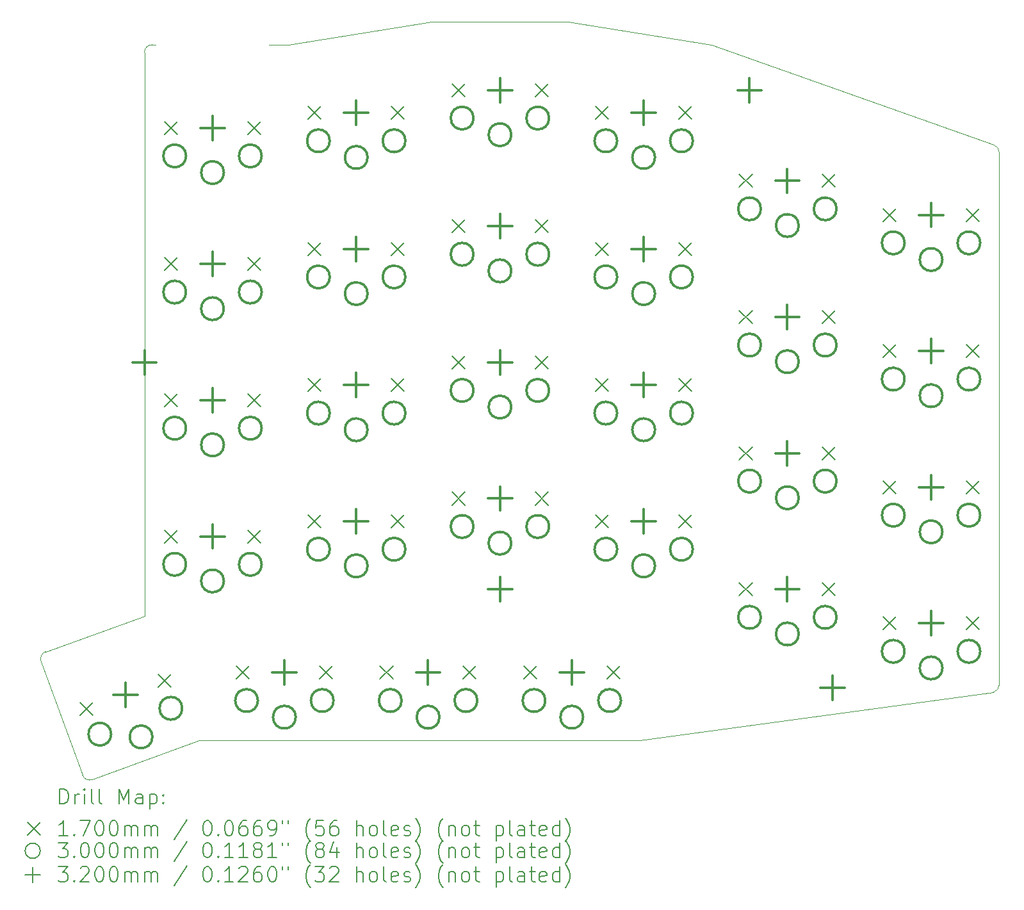
<source format=gbr>
%TF.GenerationSoftware,KiCad,Pcbnew,(6.0.11-0)*%
%TF.CreationDate,2023-02-11T14:18:17+08:00*%
%TF.ProjectId,V4,56342e6b-6963-4616-945f-706362585858,rev?*%
%TF.SameCoordinates,PX7bfa480PY6052340*%
%TF.FileFunction,Drillmap*%
%TF.FilePolarity,Positive*%
%FSLAX45Y45*%
G04 Gerber Fmt 4.5, Leading zero omitted, Abs format (unit mm)*
G04 Created by KiCad (PCBNEW (6.0.11-0)) date 2023-02-11 14:18:17*
%MOMM*%
%LPD*%
G01*
G04 APERTURE LIST*
%ADD10C,0.100000*%
%ADD11C,0.200000*%
%ADD12C,0.170000*%
%ADD13C,0.300000*%
%ADD14C,0.320000*%
G04 APERTURE END LIST*
D10*
X2900000Y5000000D02*
X1000000Y4700000D01*
X6600000Y4700000D02*
X4700000Y5000000D01*
X-750000Y4700000D02*
X-800000Y4700000D01*
X-900000Y4599000D02*
X-900000Y-2850000D01*
X10325000Y-3860000D02*
G75*
G03*
X10400000Y-3764289I-23570J95711D01*
G01*
X1000000Y4700000D02*
X750000Y4700000D01*
X5650000Y-4500000D02*
X10325000Y-3860000D01*
X-175000Y-4500000D02*
X5650000Y-4500000D01*
X-800000Y4700005D02*
G75*
G03*
X-900000Y4599000I0J-100005D01*
G01*
X-1719107Y-4955972D02*
X-2266339Y-3452464D01*
X-1719110Y-4955973D02*
G75*
G03*
X-1590936Y-5015740I93970J34203D01*
G01*
X10330000Y3375000D02*
X6600000Y4700000D01*
X10400001Y3279289D02*
G75*
G03*
X10330000Y3375000I-100431J1D01*
G01*
X-2206573Y-3324290D02*
G75*
G03*
X-2266339Y-3452464I34203J-93970D01*
G01*
X4700000Y5000000D02*
X2900000Y5000000D01*
X-2206572Y-3324293D02*
X-900000Y-2850000D01*
X-175000Y-4500000D02*
X-1590936Y-5015740D01*
X10400000Y-3764289D02*
X10400000Y3279289D01*
D11*
D12*
X-1748831Y-3999511D02*
X-1578831Y-4169511D01*
X-1578831Y-3999511D02*
X-1748831Y-4169511D01*
X-715169Y-3623289D02*
X-545169Y-3793289D01*
X-545169Y-3623289D02*
X-715169Y-3793289D01*
X-635000Y3685000D02*
X-465000Y3515000D01*
X-465000Y3685000D02*
X-635000Y3515000D01*
X-635000Y1885000D02*
X-465000Y1715000D01*
X-465000Y1885000D02*
X-635000Y1715000D01*
X-635000Y85000D02*
X-465000Y-85000D01*
X-465000Y85000D02*
X-635000Y-85000D01*
X-635000Y-1715000D02*
X-465000Y-1885000D01*
X-465000Y-1715000D02*
X-635000Y-1885000D01*
X315000Y-3515000D02*
X485000Y-3685000D01*
X485000Y-3515000D02*
X315000Y-3685000D01*
X465000Y3685000D02*
X635000Y3515000D01*
X635000Y3685000D02*
X465000Y3515000D01*
X465000Y1885000D02*
X635000Y1715000D01*
X635000Y1885000D02*
X465000Y1715000D01*
X465000Y85000D02*
X635000Y-85000D01*
X635000Y85000D02*
X465000Y-85000D01*
X465000Y-1715000D02*
X635000Y-1885000D01*
X635000Y-1715000D02*
X465000Y-1885000D01*
X1265000Y3885000D02*
X1435000Y3715000D01*
X1435000Y3885000D02*
X1265000Y3715000D01*
X1265000Y2085000D02*
X1435000Y1915000D01*
X1435000Y2085000D02*
X1265000Y1915000D01*
X1265000Y285000D02*
X1435000Y115000D01*
X1435000Y285000D02*
X1265000Y115000D01*
X1265000Y-1515000D02*
X1435000Y-1685000D01*
X1435000Y-1515000D02*
X1265000Y-1685000D01*
X1415000Y-3515000D02*
X1585000Y-3685000D01*
X1585000Y-3515000D02*
X1415000Y-3685000D01*
X2215000Y-3515000D02*
X2385000Y-3685000D01*
X2385000Y-3515000D02*
X2215000Y-3685000D01*
X2365000Y3885000D02*
X2535000Y3715000D01*
X2535000Y3885000D02*
X2365000Y3715000D01*
X2365000Y2085000D02*
X2535000Y1915000D01*
X2535000Y2085000D02*
X2365000Y1915000D01*
X2365000Y285000D02*
X2535000Y115000D01*
X2535000Y285000D02*
X2365000Y115000D01*
X2365000Y-1515000D02*
X2535000Y-1685000D01*
X2535000Y-1515000D02*
X2365000Y-1685000D01*
X3165000Y4185000D02*
X3335000Y4015000D01*
X3335000Y4185000D02*
X3165000Y4015000D01*
X3165000Y2385000D02*
X3335000Y2215000D01*
X3335000Y2385000D02*
X3165000Y2215000D01*
X3165000Y585000D02*
X3335000Y415000D01*
X3335000Y585000D02*
X3165000Y415000D01*
X3165000Y-1215000D02*
X3335000Y-1385000D01*
X3335000Y-1215000D02*
X3165000Y-1385000D01*
X3315000Y-3515000D02*
X3485000Y-3685000D01*
X3485000Y-3515000D02*
X3315000Y-3685000D01*
X4115000Y-3515000D02*
X4285000Y-3685000D01*
X4285000Y-3515000D02*
X4115000Y-3685000D01*
X4265000Y4185000D02*
X4435000Y4015000D01*
X4435000Y4185000D02*
X4265000Y4015000D01*
X4265000Y2385000D02*
X4435000Y2215000D01*
X4435000Y2385000D02*
X4265000Y2215000D01*
X4265000Y585000D02*
X4435000Y415000D01*
X4435000Y585000D02*
X4265000Y415000D01*
X4265000Y-1215000D02*
X4435000Y-1385000D01*
X4435000Y-1215000D02*
X4265000Y-1385000D01*
X5065000Y3885000D02*
X5235000Y3715000D01*
X5235000Y3885000D02*
X5065000Y3715000D01*
X5065000Y2085000D02*
X5235000Y1915000D01*
X5235000Y2085000D02*
X5065000Y1915000D01*
X5065000Y285000D02*
X5235000Y115000D01*
X5235000Y285000D02*
X5065000Y115000D01*
X5065000Y-1515000D02*
X5235000Y-1685000D01*
X5235000Y-1515000D02*
X5065000Y-1685000D01*
X5215000Y-3515000D02*
X5385000Y-3685000D01*
X5385000Y-3515000D02*
X5215000Y-3685000D01*
X6165000Y3885000D02*
X6335000Y3715000D01*
X6335000Y3885000D02*
X6165000Y3715000D01*
X6165000Y2085000D02*
X6335000Y1915000D01*
X6335000Y2085000D02*
X6165000Y1915000D01*
X6165000Y285000D02*
X6335000Y115000D01*
X6335000Y285000D02*
X6165000Y115000D01*
X6165000Y-1515000D02*
X6335000Y-1685000D01*
X6335000Y-1515000D02*
X6165000Y-1685000D01*
X6965000Y2985000D02*
X7135000Y2815000D01*
X7135000Y2985000D02*
X6965000Y2815000D01*
X6965000Y1185000D02*
X7135000Y1015000D01*
X7135000Y1185000D02*
X6965000Y1015000D01*
X6965000Y-615000D02*
X7135000Y-785000D01*
X7135000Y-615000D02*
X6965000Y-785000D01*
X6965000Y-2415000D02*
X7135000Y-2585000D01*
X7135000Y-2415000D02*
X6965000Y-2585000D01*
X8065000Y2985000D02*
X8235000Y2815000D01*
X8235000Y2985000D02*
X8065000Y2815000D01*
X8065000Y1185000D02*
X8235000Y1015000D01*
X8235000Y1185000D02*
X8065000Y1015000D01*
X8065000Y-615000D02*
X8235000Y-785000D01*
X8235000Y-615000D02*
X8065000Y-785000D01*
X8065000Y-2415000D02*
X8235000Y-2585000D01*
X8235000Y-2415000D02*
X8065000Y-2585000D01*
X8865000Y2535000D02*
X9035000Y2365000D01*
X9035000Y2535000D02*
X8865000Y2365000D01*
X8865000Y735000D02*
X9035000Y565000D01*
X9035000Y735000D02*
X8865000Y565000D01*
X8865000Y-1065000D02*
X9035000Y-1235000D01*
X9035000Y-1065000D02*
X8865000Y-1235000D01*
X8865000Y-2865000D02*
X9035000Y-3035000D01*
X9035000Y-2865000D02*
X8865000Y-3035000D01*
X9965000Y2535000D02*
X10135000Y2365000D01*
X10135000Y2535000D02*
X9965000Y2365000D01*
X9965000Y735000D02*
X10135000Y565000D01*
X10135000Y735000D02*
X9965000Y565000D01*
X9965000Y-1065000D02*
X10135000Y-1235000D01*
X10135000Y-1065000D02*
X9965000Y-1235000D01*
X9965000Y-2865000D02*
X10135000Y-3035000D01*
X10135000Y-2865000D02*
X9965000Y-3035000D01*
D13*
X-1340299Y-4415096D02*
G75*
G03*
X-1340299Y-4415096I-150000J0D01*
G01*
X-795208Y-4450819D02*
G75*
G03*
X-795208Y-4450819I-150000J0D01*
G01*
X-400606Y-4073076D02*
G75*
G03*
X-400606Y-4073076I-150000J0D01*
G01*
X-350000Y3230000D02*
G75*
G03*
X-350000Y3230000I-150000J0D01*
G01*
X-350000Y1430000D02*
G75*
G03*
X-350000Y1430000I-150000J0D01*
G01*
X-350000Y-370000D02*
G75*
G03*
X-350000Y-370000I-150000J0D01*
G01*
X-350000Y-2170000D02*
G75*
G03*
X-350000Y-2170000I-150000J0D01*
G01*
X150000Y3010000D02*
G75*
G03*
X150000Y3010000I-150000J0D01*
G01*
X150000Y1210000D02*
G75*
G03*
X150000Y1210000I-150000J0D01*
G01*
X150000Y-590000D02*
G75*
G03*
X150000Y-590000I-150000J0D01*
G01*
X150000Y-2390000D02*
G75*
G03*
X150000Y-2390000I-150000J0D01*
G01*
X600000Y-3970000D02*
G75*
G03*
X600000Y-3970000I-150000J0D01*
G01*
X650000Y3230000D02*
G75*
G03*
X650000Y3230000I-150000J0D01*
G01*
X650000Y1430000D02*
G75*
G03*
X650000Y1430000I-150000J0D01*
G01*
X650000Y-370000D02*
G75*
G03*
X650000Y-370000I-150000J0D01*
G01*
X650000Y-2170000D02*
G75*
G03*
X650000Y-2170000I-150000J0D01*
G01*
X1100000Y-4190000D02*
G75*
G03*
X1100000Y-4190000I-150000J0D01*
G01*
X1550000Y3430000D02*
G75*
G03*
X1550000Y3430000I-150000J0D01*
G01*
X1550000Y1630000D02*
G75*
G03*
X1550000Y1630000I-150000J0D01*
G01*
X1550000Y-170000D02*
G75*
G03*
X1550000Y-170000I-150000J0D01*
G01*
X1550000Y-1970000D02*
G75*
G03*
X1550000Y-1970000I-150000J0D01*
G01*
X1600000Y-3970000D02*
G75*
G03*
X1600000Y-3970000I-150000J0D01*
G01*
X2050000Y3210000D02*
G75*
G03*
X2050000Y3210000I-150000J0D01*
G01*
X2050000Y1410000D02*
G75*
G03*
X2050000Y1410000I-150000J0D01*
G01*
X2050000Y-390000D02*
G75*
G03*
X2050000Y-390000I-150000J0D01*
G01*
X2050000Y-2190000D02*
G75*
G03*
X2050000Y-2190000I-150000J0D01*
G01*
X2500000Y-3970000D02*
G75*
G03*
X2500000Y-3970000I-150000J0D01*
G01*
X2550000Y3430000D02*
G75*
G03*
X2550000Y3430000I-150000J0D01*
G01*
X2550000Y1630000D02*
G75*
G03*
X2550000Y1630000I-150000J0D01*
G01*
X2550000Y-170000D02*
G75*
G03*
X2550000Y-170000I-150000J0D01*
G01*
X2550000Y-1970000D02*
G75*
G03*
X2550000Y-1970000I-150000J0D01*
G01*
X3000000Y-4190000D02*
G75*
G03*
X3000000Y-4190000I-150000J0D01*
G01*
X3450000Y3730000D02*
G75*
G03*
X3450000Y3730000I-150000J0D01*
G01*
X3450000Y1930000D02*
G75*
G03*
X3450000Y1930000I-150000J0D01*
G01*
X3450000Y130000D02*
G75*
G03*
X3450000Y130000I-150000J0D01*
G01*
X3450000Y-1670000D02*
G75*
G03*
X3450000Y-1670000I-150000J0D01*
G01*
X3500000Y-3970000D02*
G75*
G03*
X3500000Y-3970000I-150000J0D01*
G01*
X3950000Y3510000D02*
G75*
G03*
X3950000Y3510000I-150000J0D01*
G01*
X3950000Y1710000D02*
G75*
G03*
X3950000Y1710000I-150000J0D01*
G01*
X3950000Y-90000D02*
G75*
G03*
X3950000Y-90000I-150000J0D01*
G01*
X3950000Y-1890000D02*
G75*
G03*
X3950000Y-1890000I-150000J0D01*
G01*
X4400000Y-3970000D02*
G75*
G03*
X4400000Y-3970000I-150000J0D01*
G01*
X4450000Y3730000D02*
G75*
G03*
X4450000Y3730000I-150000J0D01*
G01*
X4450000Y1930000D02*
G75*
G03*
X4450000Y1930000I-150000J0D01*
G01*
X4450000Y130000D02*
G75*
G03*
X4450000Y130000I-150000J0D01*
G01*
X4450000Y-1670000D02*
G75*
G03*
X4450000Y-1670000I-150000J0D01*
G01*
X4900000Y-4190000D02*
G75*
G03*
X4900000Y-4190000I-150000J0D01*
G01*
X5350000Y3430000D02*
G75*
G03*
X5350000Y3430000I-150000J0D01*
G01*
X5350000Y1630000D02*
G75*
G03*
X5350000Y1630000I-150000J0D01*
G01*
X5350000Y-170000D02*
G75*
G03*
X5350000Y-170000I-150000J0D01*
G01*
X5350000Y-1970000D02*
G75*
G03*
X5350000Y-1970000I-150000J0D01*
G01*
X5400000Y-3970000D02*
G75*
G03*
X5400000Y-3970000I-150000J0D01*
G01*
X5850000Y3210000D02*
G75*
G03*
X5850000Y3210000I-150000J0D01*
G01*
X5850000Y1410000D02*
G75*
G03*
X5850000Y1410000I-150000J0D01*
G01*
X5850000Y-390000D02*
G75*
G03*
X5850000Y-390000I-150000J0D01*
G01*
X5850000Y-2190000D02*
G75*
G03*
X5850000Y-2190000I-150000J0D01*
G01*
X6350000Y3430000D02*
G75*
G03*
X6350000Y3430000I-150000J0D01*
G01*
X6350000Y1630000D02*
G75*
G03*
X6350000Y1630000I-150000J0D01*
G01*
X6350000Y-170000D02*
G75*
G03*
X6350000Y-170000I-150000J0D01*
G01*
X6350000Y-1970000D02*
G75*
G03*
X6350000Y-1970000I-150000J0D01*
G01*
X7250000Y2530000D02*
G75*
G03*
X7250000Y2530000I-150000J0D01*
G01*
X7250000Y730000D02*
G75*
G03*
X7250000Y730000I-150000J0D01*
G01*
X7250000Y-1070000D02*
G75*
G03*
X7250000Y-1070000I-150000J0D01*
G01*
X7250000Y-2870000D02*
G75*
G03*
X7250000Y-2870000I-150000J0D01*
G01*
X7750000Y2310000D02*
G75*
G03*
X7750000Y2310000I-150000J0D01*
G01*
X7750000Y510000D02*
G75*
G03*
X7750000Y510000I-150000J0D01*
G01*
X7750000Y-1290000D02*
G75*
G03*
X7750000Y-1290000I-150000J0D01*
G01*
X7750000Y-3090000D02*
G75*
G03*
X7750000Y-3090000I-150000J0D01*
G01*
X8250000Y2530000D02*
G75*
G03*
X8250000Y2530000I-150000J0D01*
G01*
X8250000Y730000D02*
G75*
G03*
X8250000Y730000I-150000J0D01*
G01*
X8250000Y-1070000D02*
G75*
G03*
X8250000Y-1070000I-150000J0D01*
G01*
X8250000Y-2870000D02*
G75*
G03*
X8250000Y-2870000I-150000J0D01*
G01*
X9150000Y2080000D02*
G75*
G03*
X9150000Y2080000I-150000J0D01*
G01*
X9150000Y280000D02*
G75*
G03*
X9150000Y280000I-150000J0D01*
G01*
X9150000Y-1520000D02*
G75*
G03*
X9150000Y-1520000I-150000J0D01*
G01*
X9150000Y-3320000D02*
G75*
G03*
X9150000Y-3320000I-150000J0D01*
G01*
X9650000Y1860000D02*
G75*
G03*
X9650000Y1860000I-150000J0D01*
G01*
X9650000Y60000D02*
G75*
G03*
X9650000Y60000I-150000J0D01*
G01*
X9650000Y-1740000D02*
G75*
G03*
X9650000Y-1740000I-150000J0D01*
G01*
X9650000Y-3540000D02*
G75*
G03*
X9650000Y-3540000I-150000J0D01*
G01*
X10150000Y2080000D02*
G75*
G03*
X10150000Y2080000I-150000J0D01*
G01*
X10150000Y280000D02*
G75*
G03*
X10150000Y280000I-150000J0D01*
G01*
X10150000Y-1520000D02*
G75*
G03*
X10150000Y-1520000I-150000J0D01*
G01*
X10150000Y-3320000D02*
G75*
G03*
X10150000Y-3320000I-150000J0D01*
G01*
D14*
X-1147000Y-3736400D02*
X-1147000Y-4056400D01*
X-1307000Y-3896400D02*
X-987000Y-3896400D01*
X-900000Y660000D02*
X-900000Y340000D01*
X-1060000Y500000D02*
X-740000Y500000D01*
X0Y3760000D02*
X0Y3440000D01*
X-160000Y3600000D02*
X160000Y3600000D01*
X0Y1960000D02*
X0Y1640000D01*
X-160000Y1800000D02*
X160000Y1800000D01*
X0Y160000D02*
X0Y-160000D01*
X-160000Y0D02*
X160000Y0D01*
X0Y-1640000D02*
X0Y-1960000D01*
X-160000Y-1800000D02*
X160000Y-1800000D01*
X950000Y-3440000D02*
X950000Y-3760000D01*
X790000Y-3600000D02*
X1110000Y-3600000D01*
X1900000Y3960000D02*
X1900000Y3640000D01*
X1740000Y3800000D02*
X2060000Y3800000D01*
X1900000Y2160000D02*
X1900000Y1840000D01*
X1740000Y2000000D02*
X2060000Y2000000D01*
X1900000Y360000D02*
X1900000Y40000D01*
X1740000Y200000D02*
X2060000Y200000D01*
X1900000Y-1440000D02*
X1900000Y-1760000D01*
X1740000Y-1600000D02*
X2060000Y-1600000D01*
X2850000Y-3440000D02*
X2850000Y-3760000D01*
X2690000Y-3600000D02*
X3010000Y-3600000D01*
X3800000Y4260000D02*
X3800000Y3940000D01*
X3640000Y4100000D02*
X3960000Y4100000D01*
X3800000Y2460000D02*
X3800000Y2140000D01*
X3640000Y2300000D02*
X3960000Y2300000D01*
X3800000Y660000D02*
X3800000Y340000D01*
X3640000Y500000D02*
X3960000Y500000D01*
X3800000Y-1140000D02*
X3800000Y-1460000D01*
X3640000Y-1300000D02*
X3960000Y-1300000D01*
X3800000Y-2340000D02*
X3800000Y-2660000D01*
X3640000Y-2500000D02*
X3960000Y-2500000D01*
X4750000Y-3440000D02*
X4750000Y-3760000D01*
X4590000Y-3600000D02*
X4910000Y-3600000D01*
X5700000Y3960000D02*
X5700000Y3640000D01*
X5540000Y3800000D02*
X5860000Y3800000D01*
X5700000Y2160000D02*
X5700000Y1840000D01*
X5540000Y2000000D02*
X5860000Y2000000D01*
X5700000Y360000D02*
X5700000Y40000D01*
X5540000Y200000D02*
X5860000Y200000D01*
X5700000Y-1440000D02*
X5700000Y-1760000D01*
X5540000Y-1600000D02*
X5860000Y-1600000D01*
X7100000Y4260000D02*
X7100000Y3940000D01*
X6940000Y4100000D02*
X7260000Y4100000D01*
X7600000Y3060000D02*
X7600000Y2740000D01*
X7440000Y2900000D02*
X7760000Y2900000D01*
X7600000Y1260000D02*
X7600000Y940000D01*
X7440000Y1100000D02*
X7760000Y1100000D01*
X7600000Y-540000D02*
X7600000Y-860000D01*
X7440000Y-700000D02*
X7760000Y-700000D01*
X7600000Y-2340000D02*
X7600000Y-2660000D01*
X7440000Y-2500000D02*
X7760000Y-2500000D01*
X8200000Y-3640000D02*
X8200000Y-3960000D01*
X8040000Y-3800000D02*
X8360000Y-3800000D01*
X9500000Y2610000D02*
X9500000Y2290000D01*
X9340000Y2450000D02*
X9660000Y2450000D01*
X9500000Y810000D02*
X9500000Y490000D01*
X9340000Y650000D02*
X9660000Y650000D01*
X9500000Y-990000D02*
X9500000Y-1310000D01*
X9340000Y-1150000D02*
X9660000Y-1150000D01*
X9500000Y-2790000D02*
X9500000Y-3110000D01*
X9340000Y-2950000D02*
X9660000Y-2950000D01*
D11*
X-2019752Y-5337247D02*
X-2019752Y-5137247D01*
X-1972133Y-5137247D01*
X-1943561Y-5146771D01*
X-1924514Y-5165819D01*
X-1914990Y-5184866D01*
X-1905466Y-5222961D01*
X-1905466Y-5251533D01*
X-1914990Y-5289628D01*
X-1924514Y-5308676D01*
X-1943561Y-5327723D01*
X-1972133Y-5337247D01*
X-2019752Y-5337247D01*
X-1819752Y-5337247D02*
X-1819752Y-5203914D01*
X-1819752Y-5242009D02*
X-1810228Y-5222961D01*
X-1800704Y-5213438D01*
X-1781657Y-5203914D01*
X-1762609Y-5203914D01*
X-1695942Y-5337247D02*
X-1695942Y-5203914D01*
X-1695942Y-5137247D02*
X-1705466Y-5146771D01*
X-1695942Y-5156295D01*
X-1686418Y-5146771D01*
X-1695942Y-5137247D01*
X-1695942Y-5156295D01*
X-1572133Y-5337247D02*
X-1591180Y-5327723D01*
X-1600704Y-5308676D01*
X-1600704Y-5137247D01*
X-1467371Y-5337247D02*
X-1486418Y-5327723D01*
X-1495942Y-5308676D01*
X-1495942Y-5137247D01*
X-1238799Y-5337247D02*
X-1238799Y-5137247D01*
X-1172133Y-5280104D01*
X-1105466Y-5137247D01*
X-1105466Y-5337247D01*
X-924514Y-5337247D02*
X-924514Y-5232485D01*
X-934037Y-5213438D01*
X-953085Y-5203914D01*
X-991180Y-5203914D01*
X-1010228Y-5213438D01*
X-924514Y-5327723D02*
X-943561Y-5337247D01*
X-991180Y-5337247D01*
X-1010228Y-5327723D01*
X-1019752Y-5308676D01*
X-1019752Y-5289628D01*
X-1010228Y-5270580D01*
X-991180Y-5261057D01*
X-943561Y-5261057D01*
X-924514Y-5251533D01*
X-829276Y-5203914D02*
X-829276Y-5403914D01*
X-829276Y-5213438D02*
X-810228Y-5203914D01*
X-772133Y-5203914D01*
X-753085Y-5213438D01*
X-743561Y-5222961D01*
X-734037Y-5242009D01*
X-734037Y-5299152D01*
X-743561Y-5318199D01*
X-753085Y-5327723D01*
X-772133Y-5337247D01*
X-810228Y-5337247D01*
X-829276Y-5327723D01*
X-648323Y-5318199D02*
X-638799Y-5327723D01*
X-648323Y-5337247D01*
X-657847Y-5327723D01*
X-648323Y-5318199D01*
X-648323Y-5337247D01*
X-648323Y-5213438D02*
X-638799Y-5222961D01*
X-648323Y-5232485D01*
X-657847Y-5222961D01*
X-648323Y-5213438D01*
X-648323Y-5232485D01*
D12*
X-2447371Y-5581771D02*
X-2277371Y-5751771D01*
X-2277371Y-5581771D02*
X-2447371Y-5751771D01*
D11*
X-1914990Y-5757247D02*
X-2029276Y-5757247D01*
X-1972133Y-5757247D02*
X-1972133Y-5557247D01*
X-1991180Y-5585819D01*
X-2010228Y-5604866D01*
X-2029276Y-5614390D01*
X-1829276Y-5738199D02*
X-1819752Y-5747723D01*
X-1829276Y-5757247D01*
X-1838799Y-5747723D01*
X-1829276Y-5738199D01*
X-1829276Y-5757247D01*
X-1753085Y-5557247D02*
X-1619752Y-5557247D01*
X-1705466Y-5757247D01*
X-1505466Y-5557247D02*
X-1486418Y-5557247D01*
X-1467371Y-5566771D01*
X-1457847Y-5576295D01*
X-1448323Y-5595342D01*
X-1438799Y-5633437D01*
X-1438799Y-5681057D01*
X-1448323Y-5719152D01*
X-1457847Y-5738199D01*
X-1467371Y-5747723D01*
X-1486418Y-5757247D01*
X-1505466Y-5757247D01*
X-1524514Y-5747723D01*
X-1534037Y-5738199D01*
X-1543561Y-5719152D01*
X-1553085Y-5681057D01*
X-1553085Y-5633437D01*
X-1543561Y-5595342D01*
X-1534037Y-5576295D01*
X-1524514Y-5566771D01*
X-1505466Y-5557247D01*
X-1314990Y-5557247D02*
X-1295942Y-5557247D01*
X-1276895Y-5566771D01*
X-1267371Y-5576295D01*
X-1257847Y-5595342D01*
X-1248323Y-5633437D01*
X-1248323Y-5681057D01*
X-1257847Y-5719152D01*
X-1267371Y-5738199D01*
X-1276895Y-5747723D01*
X-1295942Y-5757247D01*
X-1314990Y-5757247D01*
X-1334038Y-5747723D01*
X-1343561Y-5738199D01*
X-1353085Y-5719152D01*
X-1362609Y-5681057D01*
X-1362609Y-5633437D01*
X-1353085Y-5595342D01*
X-1343561Y-5576295D01*
X-1334038Y-5566771D01*
X-1314990Y-5557247D01*
X-1162609Y-5757247D02*
X-1162609Y-5623914D01*
X-1162609Y-5642961D02*
X-1153085Y-5633437D01*
X-1134038Y-5623914D01*
X-1105466Y-5623914D01*
X-1086419Y-5633437D01*
X-1076895Y-5652485D01*
X-1076895Y-5757247D01*
X-1076895Y-5652485D02*
X-1067371Y-5633437D01*
X-1048323Y-5623914D01*
X-1019752Y-5623914D01*
X-1000704Y-5633437D01*
X-991180Y-5652485D01*
X-991180Y-5757247D01*
X-895942Y-5757247D02*
X-895942Y-5623914D01*
X-895942Y-5642961D02*
X-886418Y-5633437D01*
X-867371Y-5623914D01*
X-838799Y-5623914D01*
X-819752Y-5633437D01*
X-810228Y-5652485D01*
X-810228Y-5757247D01*
X-810228Y-5652485D02*
X-800704Y-5633437D01*
X-781657Y-5623914D01*
X-753085Y-5623914D01*
X-734037Y-5633437D01*
X-724514Y-5652485D01*
X-724514Y-5757247D01*
X-334038Y-5547723D02*
X-505466Y-5804866D01*
X-76895Y-5557247D02*
X-57847Y-5557247D01*
X-38799Y-5566771D01*
X-29276Y-5576295D01*
X-19752Y-5595342D01*
X-10228Y-5633437D01*
X-10228Y-5681057D01*
X-19752Y-5719152D01*
X-29276Y-5738199D01*
X-38799Y-5747723D01*
X-57847Y-5757247D01*
X-76895Y-5757247D01*
X-95942Y-5747723D01*
X-105466Y-5738199D01*
X-114990Y-5719152D01*
X-124514Y-5681057D01*
X-124514Y-5633437D01*
X-114990Y-5595342D01*
X-105466Y-5576295D01*
X-95942Y-5566771D01*
X-76895Y-5557247D01*
X75486Y-5738199D02*
X85010Y-5747723D01*
X75486Y-5757247D01*
X65963Y-5747723D01*
X75486Y-5738199D01*
X75486Y-5757247D01*
X208820Y-5557247D02*
X227867Y-5557247D01*
X246915Y-5566771D01*
X256439Y-5576295D01*
X265963Y-5595342D01*
X275486Y-5633437D01*
X275486Y-5681057D01*
X265963Y-5719152D01*
X256439Y-5738199D01*
X246915Y-5747723D01*
X227867Y-5757247D01*
X208820Y-5757247D01*
X189772Y-5747723D01*
X180248Y-5738199D01*
X170724Y-5719152D01*
X161201Y-5681057D01*
X161201Y-5633437D01*
X170724Y-5595342D01*
X180248Y-5576295D01*
X189772Y-5566771D01*
X208820Y-5557247D01*
X446915Y-5557247D02*
X408820Y-5557247D01*
X389772Y-5566771D01*
X380248Y-5576295D01*
X361201Y-5604866D01*
X351677Y-5642961D01*
X351677Y-5719152D01*
X361201Y-5738199D01*
X370724Y-5747723D01*
X389772Y-5757247D01*
X427867Y-5757247D01*
X446915Y-5747723D01*
X456439Y-5738199D01*
X465962Y-5719152D01*
X465962Y-5671533D01*
X456439Y-5652485D01*
X446915Y-5642961D01*
X427867Y-5633437D01*
X389772Y-5633437D01*
X370724Y-5642961D01*
X361201Y-5652485D01*
X351677Y-5671533D01*
X637391Y-5557247D02*
X599296Y-5557247D01*
X580248Y-5566771D01*
X570724Y-5576295D01*
X551677Y-5604866D01*
X542153Y-5642961D01*
X542153Y-5719152D01*
X551677Y-5738199D01*
X561201Y-5747723D01*
X580248Y-5757247D01*
X618343Y-5757247D01*
X637391Y-5747723D01*
X646915Y-5738199D01*
X656439Y-5719152D01*
X656439Y-5671533D01*
X646915Y-5652485D01*
X637391Y-5642961D01*
X618343Y-5633437D01*
X580248Y-5633437D01*
X561201Y-5642961D01*
X551677Y-5652485D01*
X542153Y-5671533D01*
X751677Y-5757247D02*
X789772Y-5757247D01*
X808820Y-5747723D01*
X818343Y-5738199D01*
X837391Y-5709628D01*
X846915Y-5671533D01*
X846915Y-5595342D01*
X837391Y-5576295D01*
X827867Y-5566771D01*
X808820Y-5557247D01*
X770724Y-5557247D01*
X751677Y-5566771D01*
X742153Y-5576295D01*
X732629Y-5595342D01*
X732629Y-5642961D01*
X742153Y-5662009D01*
X751677Y-5671533D01*
X770724Y-5681057D01*
X808820Y-5681057D01*
X827867Y-5671533D01*
X837391Y-5662009D01*
X846915Y-5642961D01*
X923105Y-5557247D02*
X923105Y-5595342D01*
X999296Y-5557247D02*
X999296Y-5595342D01*
X1294534Y-5833437D02*
X1285010Y-5823914D01*
X1265963Y-5795342D01*
X1256439Y-5776295D01*
X1246915Y-5747723D01*
X1237391Y-5700104D01*
X1237391Y-5662009D01*
X1246915Y-5614390D01*
X1256439Y-5585819D01*
X1265963Y-5566771D01*
X1285010Y-5538199D01*
X1294534Y-5528676D01*
X1465962Y-5557247D02*
X1370724Y-5557247D01*
X1361201Y-5652485D01*
X1370724Y-5642961D01*
X1389772Y-5633437D01*
X1437391Y-5633437D01*
X1456439Y-5642961D01*
X1465962Y-5652485D01*
X1475486Y-5671533D01*
X1475486Y-5719152D01*
X1465962Y-5738199D01*
X1456439Y-5747723D01*
X1437391Y-5757247D01*
X1389772Y-5757247D01*
X1370724Y-5747723D01*
X1361201Y-5738199D01*
X1646915Y-5557247D02*
X1608820Y-5557247D01*
X1589772Y-5566771D01*
X1580248Y-5576295D01*
X1561201Y-5604866D01*
X1551677Y-5642961D01*
X1551677Y-5719152D01*
X1561201Y-5738199D01*
X1570724Y-5747723D01*
X1589772Y-5757247D01*
X1627867Y-5757247D01*
X1646915Y-5747723D01*
X1656439Y-5738199D01*
X1665962Y-5719152D01*
X1665962Y-5671533D01*
X1656439Y-5652485D01*
X1646915Y-5642961D01*
X1627867Y-5633437D01*
X1589772Y-5633437D01*
X1570724Y-5642961D01*
X1561201Y-5652485D01*
X1551677Y-5671533D01*
X1904058Y-5757247D02*
X1904058Y-5557247D01*
X1989772Y-5757247D02*
X1989772Y-5652485D01*
X1980248Y-5633437D01*
X1961201Y-5623914D01*
X1932629Y-5623914D01*
X1913581Y-5633437D01*
X1904058Y-5642961D01*
X2113582Y-5757247D02*
X2094534Y-5747723D01*
X2085010Y-5738199D01*
X2075486Y-5719152D01*
X2075486Y-5662009D01*
X2085010Y-5642961D01*
X2094534Y-5633437D01*
X2113582Y-5623914D01*
X2142153Y-5623914D01*
X2161201Y-5633437D01*
X2170724Y-5642961D01*
X2180248Y-5662009D01*
X2180248Y-5719152D01*
X2170724Y-5738199D01*
X2161201Y-5747723D01*
X2142153Y-5757247D01*
X2113582Y-5757247D01*
X2294534Y-5757247D02*
X2275486Y-5747723D01*
X2265963Y-5728676D01*
X2265963Y-5557247D01*
X2446915Y-5747723D02*
X2427867Y-5757247D01*
X2389772Y-5757247D01*
X2370724Y-5747723D01*
X2361201Y-5728676D01*
X2361201Y-5652485D01*
X2370724Y-5633437D01*
X2389772Y-5623914D01*
X2427867Y-5623914D01*
X2446915Y-5633437D01*
X2456439Y-5652485D01*
X2456439Y-5671533D01*
X2361201Y-5690580D01*
X2532629Y-5747723D02*
X2551677Y-5757247D01*
X2589772Y-5757247D01*
X2608820Y-5747723D01*
X2618343Y-5728676D01*
X2618343Y-5719152D01*
X2608820Y-5700104D01*
X2589772Y-5690580D01*
X2561201Y-5690580D01*
X2542153Y-5681057D01*
X2532629Y-5662009D01*
X2532629Y-5652485D01*
X2542153Y-5633437D01*
X2561201Y-5623914D01*
X2589772Y-5623914D01*
X2608820Y-5633437D01*
X2685010Y-5833437D02*
X2694534Y-5823914D01*
X2713582Y-5795342D01*
X2723105Y-5776295D01*
X2732629Y-5747723D01*
X2742153Y-5700104D01*
X2742153Y-5662009D01*
X2732629Y-5614390D01*
X2723105Y-5585819D01*
X2713582Y-5566771D01*
X2694534Y-5538199D01*
X2685010Y-5528676D01*
X3046915Y-5833437D02*
X3037391Y-5823914D01*
X3018343Y-5795342D01*
X3008820Y-5776295D01*
X2999296Y-5747723D01*
X2989772Y-5700104D01*
X2989772Y-5662009D01*
X2999296Y-5614390D01*
X3008820Y-5585819D01*
X3018343Y-5566771D01*
X3037391Y-5538199D01*
X3046915Y-5528676D01*
X3123105Y-5623914D02*
X3123105Y-5757247D01*
X3123105Y-5642961D02*
X3132629Y-5633437D01*
X3151677Y-5623914D01*
X3180248Y-5623914D01*
X3199296Y-5633437D01*
X3208820Y-5652485D01*
X3208820Y-5757247D01*
X3332629Y-5757247D02*
X3313581Y-5747723D01*
X3304058Y-5738199D01*
X3294534Y-5719152D01*
X3294534Y-5662009D01*
X3304058Y-5642961D01*
X3313581Y-5633437D01*
X3332629Y-5623914D01*
X3361201Y-5623914D01*
X3380248Y-5633437D01*
X3389772Y-5642961D01*
X3399296Y-5662009D01*
X3399296Y-5719152D01*
X3389772Y-5738199D01*
X3380248Y-5747723D01*
X3361201Y-5757247D01*
X3332629Y-5757247D01*
X3456439Y-5623914D02*
X3532629Y-5623914D01*
X3485010Y-5557247D02*
X3485010Y-5728676D01*
X3494534Y-5747723D01*
X3513581Y-5757247D01*
X3532629Y-5757247D01*
X3751677Y-5623914D02*
X3751677Y-5823914D01*
X3751677Y-5633437D02*
X3770724Y-5623914D01*
X3808820Y-5623914D01*
X3827867Y-5633437D01*
X3837391Y-5642961D01*
X3846915Y-5662009D01*
X3846915Y-5719152D01*
X3837391Y-5738199D01*
X3827867Y-5747723D01*
X3808820Y-5757247D01*
X3770724Y-5757247D01*
X3751677Y-5747723D01*
X3961201Y-5757247D02*
X3942153Y-5747723D01*
X3932629Y-5728676D01*
X3932629Y-5557247D01*
X4123105Y-5757247D02*
X4123105Y-5652485D01*
X4113581Y-5633437D01*
X4094534Y-5623914D01*
X4056439Y-5623914D01*
X4037391Y-5633437D01*
X4123105Y-5747723D02*
X4104058Y-5757247D01*
X4056439Y-5757247D01*
X4037391Y-5747723D01*
X4027867Y-5728676D01*
X4027867Y-5709628D01*
X4037391Y-5690580D01*
X4056439Y-5681057D01*
X4104058Y-5681057D01*
X4123105Y-5671533D01*
X4189772Y-5623914D02*
X4265963Y-5623914D01*
X4218343Y-5557247D02*
X4218343Y-5728676D01*
X4227867Y-5747723D01*
X4246915Y-5757247D01*
X4265963Y-5757247D01*
X4408820Y-5747723D02*
X4389772Y-5757247D01*
X4351677Y-5757247D01*
X4332629Y-5747723D01*
X4323105Y-5728676D01*
X4323105Y-5652485D01*
X4332629Y-5633437D01*
X4351677Y-5623914D01*
X4389772Y-5623914D01*
X4408820Y-5633437D01*
X4418343Y-5652485D01*
X4418343Y-5671533D01*
X4323105Y-5690580D01*
X4589772Y-5757247D02*
X4589772Y-5557247D01*
X4589772Y-5747723D02*
X4570724Y-5757247D01*
X4532629Y-5757247D01*
X4513582Y-5747723D01*
X4504058Y-5738199D01*
X4494534Y-5719152D01*
X4494534Y-5662009D01*
X4504058Y-5642961D01*
X4513582Y-5633437D01*
X4532629Y-5623914D01*
X4570724Y-5623914D01*
X4589772Y-5633437D01*
X4665963Y-5833437D02*
X4675486Y-5823914D01*
X4694534Y-5795342D01*
X4704058Y-5776295D01*
X4713582Y-5747723D01*
X4723105Y-5700104D01*
X4723105Y-5662009D01*
X4713582Y-5614390D01*
X4704058Y-5585819D01*
X4694534Y-5566771D01*
X4675486Y-5538199D01*
X4665963Y-5528676D01*
X-2277371Y-5956771D02*
G75*
G03*
X-2277371Y-5956771I-100000J0D01*
G01*
X-2038799Y-5847247D02*
X-1914990Y-5847247D01*
X-1981657Y-5923437D01*
X-1953085Y-5923437D01*
X-1934037Y-5932961D01*
X-1924514Y-5942485D01*
X-1914990Y-5961533D01*
X-1914990Y-6009152D01*
X-1924514Y-6028199D01*
X-1934037Y-6037723D01*
X-1953085Y-6047247D01*
X-2010228Y-6047247D01*
X-2029276Y-6037723D01*
X-2038799Y-6028199D01*
X-1829276Y-6028199D02*
X-1819752Y-6037723D01*
X-1829276Y-6047247D01*
X-1838799Y-6037723D01*
X-1829276Y-6028199D01*
X-1829276Y-6047247D01*
X-1695942Y-5847247D02*
X-1676895Y-5847247D01*
X-1657847Y-5856771D01*
X-1648323Y-5866295D01*
X-1638799Y-5885342D01*
X-1629276Y-5923437D01*
X-1629276Y-5971057D01*
X-1638799Y-6009152D01*
X-1648323Y-6028199D01*
X-1657847Y-6037723D01*
X-1676895Y-6047247D01*
X-1695942Y-6047247D01*
X-1714990Y-6037723D01*
X-1724514Y-6028199D01*
X-1734037Y-6009152D01*
X-1743561Y-5971057D01*
X-1743561Y-5923437D01*
X-1734037Y-5885342D01*
X-1724514Y-5866295D01*
X-1714990Y-5856771D01*
X-1695942Y-5847247D01*
X-1505466Y-5847247D02*
X-1486418Y-5847247D01*
X-1467371Y-5856771D01*
X-1457847Y-5866295D01*
X-1448323Y-5885342D01*
X-1438799Y-5923437D01*
X-1438799Y-5971057D01*
X-1448323Y-6009152D01*
X-1457847Y-6028199D01*
X-1467371Y-6037723D01*
X-1486418Y-6047247D01*
X-1505466Y-6047247D01*
X-1524514Y-6037723D01*
X-1534037Y-6028199D01*
X-1543561Y-6009152D01*
X-1553085Y-5971057D01*
X-1553085Y-5923437D01*
X-1543561Y-5885342D01*
X-1534037Y-5866295D01*
X-1524514Y-5856771D01*
X-1505466Y-5847247D01*
X-1314990Y-5847247D02*
X-1295942Y-5847247D01*
X-1276895Y-5856771D01*
X-1267371Y-5866295D01*
X-1257847Y-5885342D01*
X-1248323Y-5923437D01*
X-1248323Y-5971057D01*
X-1257847Y-6009152D01*
X-1267371Y-6028199D01*
X-1276895Y-6037723D01*
X-1295942Y-6047247D01*
X-1314990Y-6047247D01*
X-1334038Y-6037723D01*
X-1343561Y-6028199D01*
X-1353085Y-6009152D01*
X-1362609Y-5971057D01*
X-1362609Y-5923437D01*
X-1353085Y-5885342D01*
X-1343561Y-5866295D01*
X-1334038Y-5856771D01*
X-1314990Y-5847247D01*
X-1162609Y-6047247D02*
X-1162609Y-5913914D01*
X-1162609Y-5932961D02*
X-1153085Y-5923437D01*
X-1134038Y-5913914D01*
X-1105466Y-5913914D01*
X-1086419Y-5923437D01*
X-1076895Y-5942485D01*
X-1076895Y-6047247D01*
X-1076895Y-5942485D02*
X-1067371Y-5923437D01*
X-1048323Y-5913914D01*
X-1019752Y-5913914D01*
X-1000704Y-5923437D01*
X-991180Y-5942485D01*
X-991180Y-6047247D01*
X-895942Y-6047247D02*
X-895942Y-5913914D01*
X-895942Y-5932961D02*
X-886418Y-5923437D01*
X-867371Y-5913914D01*
X-838799Y-5913914D01*
X-819752Y-5923437D01*
X-810228Y-5942485D01*
X-810228Y-6047247D01*
X-810228Y-5942485D02*
X-800704Y-5923437D01*
X-781657Y-5913914D01*
X-753085Y-5913914D01*
X-734037Y-5923437D01*
X-724514Y-5942485D01*
X-724514Y-6047247D01*
X-334038Y-5837723D02*
X-505466Y-6094866D01*
X-76895Y-5847247D02*
X-57847Y-5847247D01*
X-38799Y-5856771D01*
X-29276Y-5866295D01*
X-19752Y-5885342D01*
X-10228Y-5923437D01*
X-10228Y-5971057D01*
X-19752Y-6009152D01*
X-29276Y-6028199D01*
X-38799Y-6037723D01*
X-57847Y-6047247D01*
X-76895Y-6047247D01*
X-95942Y-6037723D01*
X-105466Y-6028199D01*
X-114990Y-6009152D01*
X-124514Y-5971057D01*
X-124514Y-5923437D01*
X-114990Y-5885342D01*
X-105466Y-5866295D01*
X-95942Y-5856771D01*
X-76895Y-5847247D01*
X75486Y-6028199D02*
X85010Y-6037723D01*
X75486Y-6047247D01*
X65963Y-6037723D01*
X75486Y-6028199D01*
X75486Y-6047247D01*
X275486Y-6047247D02*
X161201Y-6047247D01*
X218343Y-6047247D02*
X218343Y-5847247D01*
X199296Y-5875818D01*
X180248Y-5894866D01*
X161201Y-5904390D01*
X465962Y-6047247D02*
X351677Y-6047247D01*
X408820Y-6047247D02*
X408820Y-5847247D01*
X389772Y-5875818D01*
X370724Y-5894866D01*
X351677Y-5904390D01*
X580248Y-5932961D02*
X561201Y-5923437D01*
X551677Y-5913914D01*
X542153Y-5894866D01*
X542153Y-5885342D01*
X551677Y-5866295D01*
X561201Y-5856771D01*
X580248Y-5847247D01*
X618343Y-5847247D01*
X637391Y-5856771D01*
X646915Y-5866295D01*
X656439Y-5885342D01*
X656439Y-5894866D01*
X646915Y-5913914D01*
X637391Y-5923437D01*
X618343Y-5932961D01*
X580248Y-5932961D01*
X561201Y-5942485D01*
X551677Y-5952009D01*
X542153Y-5971057D01*
X542153Y-6009152D01*
X551677Y-6028199D01*
X561201Y-6037723D01*
X580248Y-6047247D01*
X618343Y-6047247D01*
X637391Y-6037723D01*
X646915Y-6028199D01*
X656439Y-6009152D01*
X656439Y-5971057D01*
X646915Y-5952009D01*
X637391Y-5942485D01*
X618343Y-5932961D01*
X846915Y-6047247D02*
X732629Y-6047247D01*
X789772Y-6047247D02*
X789772Y-5847247D01*
X770724Y-5875818D01*
X751677Y-5894866D01*
X732629Y-5904390D01*
X923105Y-5847247D02*
X923105Y-5885342D01*
X999296Y-5847247D02*
X999296Y-5885342D01*
X1294534Y-6123437D02*
X1285010Y-6113914D01*
X1265963Y-6085342D01*
X1256439Y-6066295D01*
X1246915Y-6037723D01*
X1237391Y-5990104D01*
X1237391Y-5952009D01*
X1246915Y-5904390D01*
X1256439Y-5875818D01*
X1265963Y-5856771D01*
X1285010Y-5828199D01*
X1294534Y-5818676D01*
X1399296Y-5932961D02*
X1380248Y-5923437D01*
X1370724Y-5913914D01*
X1361201Y-5894866D01*
X1361201Y-5885342D01*
X1370724Y-5866295D01*
X1380248Y-5856771D01*
X1399296Y-5847247D01*
X1437391Y-5847247D01*
X1456439Y-5856771D01*
X1465962Y-5866295D01*
X1475486Y-5885342D01*
X1475486Y-5894866D01*
X1465962Y-5913914D01*
X1456439Y-5923437D01*
X1437391Y-5932961D01*
X1399296Y-5932961D01*
X1380248Y-5942485D01*
X1370724Y-5952009D01*
X1361201Y-5971057D01*
X1361201Y-6009152D01*
X1370724Y-6028199D01*
X1380248Y-6037723D01*
X1399296Y-6047247D01*
X1437391Y-6047247D01*
X1456439Y-6037723D01*
X1465962Y-6028199D01*
X1475486Y-6009152D01*
X1475486Y-5971057D01*
X1465962Y-5952009D01*
X1456439Y-5942485D01*
X1437391Y-5932961D01*
X1646915Y-5913914D02*
X1646915Y-6047247D01*
X1599296Y-5837723D02*
X1551677Y-5980580D01*
X1675486Y-5980580D01*
X1904058Y-6047247D02*
X1904058Y-5847247D01*
X1989772Y-6047247D02*
X1989772Y-5942485D01*
X1980248Y-5923437D01*
X1961201Y-5913914D01*
X1932629Y-5913914D01*
X1913581Y-5923437D01*
X1904058Y-5932961D01*
X2113582Y-6047247D02*
X2094534Y-6037723D01*
X2085010Y-6028199D01*
X2075486Y-6009152D01*
X2075486Y-5952009D01*
X2085010Y-5932961D01*
X2094534Y-5923437D01*
X2113582Y-5913914D01*
X2142153Y-5913914D01*
X2161201Y-5923437D01*
X2170724Y-5932961D01*
X2180248Y-5952009D01*
X2180248Y-6009152D01*
X2170724Y-6028199D01*
X2161201Y-6037723D01*
X2142153Y-6047247D01*
X2113582Y-6047247D01*
X2294534Y-6047247D02*
X2275486Y-6037723D01*
X2265963Y-6018676D01*
X2265963Y-5847247D01*
X2446915Y-6037723D02*
X2427867Y-6047247D01*
X2389772Y-6047247D01*
X2370724Y-6037723D01*
X2361201Y-6018676D01*
X2361201Y-5942485D01*
X2370724Y-5923437D01*
X2389772Y-5913914D01*
X2427867Y-5913914D01*
X2446915Y-5923437D01*
X2456439Y-5942485D01*
X2456439Y-5961533D01*
X2361201Y-5980580D01*
X2532629Y-6037723D02*
X2551677Y-6047247D01*
X2589772Y-6047247D01*
X2608820Y-6037723D01*
X2618343Y-6018676D01*
X2618343Y-6009152D01*
X2608820Y-5990104D01*
X2589772Y-5980580D01*
X2561201Y-5980580D01*
X2542153Y-5971057D01*
X2532629Y-5952009D01*
X2532629Y-5942485D01*
X2542153Y-5923437D01*
X2561201Y-5913914D01*
X2589772Y-5913914D01*
X2608820Y-5923437D01*
X2685010Y-6123437D02*
X2694534Y-6113914D01*
X2713582Y-6085342D01*
X2723105Y-6066295D01*
X2732629Y-6037723D01*
X2742153Y-5990104D01*
X2742153Y-5952009D01*
X2732629Y-5904390D01*
X2723105Y-5875818D01*
X2713582Y-5856771D01*
X2694534Y-5828199D01*
X2685010Y-5818676D01*
X3046915Y-6123437D02*
X3037391Y-6113914D01*
X3018343Y-6085342D01*
X3008820Y-6066295D01*
X2999296Y-6037723D01*
X2989772Y-5990104D01*
X2989772Y-5952009D01*
X2999296Y-5904390D01*
X3008820Y-5875818D01*
X3018343Y-5856771D01*
X3037391Y-5828199D01*
X3046915Y-5818676D01*
X3123105Y-5913914D02*
X3123105Y-6047247D01*
X3123105Y-5932961D02*
X3132629Y-5923437D01*
X3151677Y-5913914D01*
X3180248Y-5913914D01*
X3199296Y-5923437D01*
X3208820Y-5942485D01*
X3208820Y-6047247D01*
X3332629Y-6047247D02*
X3313581Y-6037723D01*
X3304058Y-6028199D01*
X3294534Y-6009152D01*
X3294534Y-5952009D01*
X3304058Y-5932961D01*
X3313581Y-5923437D01*
X3332629Y-5913914D01*
X3361201Y-5913914D01*
X3380248Y-5923437D01*
X3389772Y-5932961D01*
X3399296Y-5952009D01*
X3399296Y-6009152D01*
X3389772Y-6028199D01*
X3380248Y-6037723D01*
X3361201Y-6047247D01*
X3332629Y-6047247D01*
X3456439Y-5913914D02*
X3532629Y-5913914D01*
X3485010Y-5847247D02*
X3485010Y-6018676D01*
X3494534Y-6037723D01*
X3513581Y-6047247D01*
X3532629Y-6047247D01*
X3751677Y-5913914D02*
X3751677Y-6113914D01*
X3751677Y-5923437D02*
X3770724Y-5913914D01*
X3808820Y-5913914D01*
X3827867Y-5923437D01*
X3837391Y-5932961D01*
X3846915Y-5952009D01*
X3846915Y-6009152D01*
X3837391Y-6028199D01*
X3827867Y-6037723D01*
X3808820Y-6047247D01*
X3770724Y-6047247D01*
X3751677Y-6037723D01*
X3961201Y-6047247D02*
X3942153Y-6037723D01*
X3932629Y-6018676D01*
X3932629Y-5847247D01*
X4123105Y-6047247D02*
X4123105Y-5942485D01*
X4113581Y-5923437D01*
X4094534Y-5913914D01*
X4056439Y-5913914D01*
X4037391Y-5923437D01*
X4123105Y-6037723D02*
X4104058Y-6047247D01*
X4056439Y-6047247D01*
X4037391Y-6037723D01*
X4027867Y-6018676D01*
X4027867Y-5999628D01*
X4037391Y-5980580D01*
X4056439Y-5971057D01*
X4104058Y-5971057D01*
X4123105Y-5961533D01*
X4189772Y-5913914D02*
X4265963Y-5913914D01*
X4218343Y-5847247D02*
X4218343Y-6018676D01*
X4227867Y-6037723D01*
X4246915Y-6047247D01*
X4265963Y-6047247D01*
X4408820Y-6037723D02*
X4389772Y-6047247D01*
X4351677Y-6047247D01*
X4332629Y-6037723D01*
X4323105Y-6018676D01*
X4323105Y-5942485D01*
X4332629Y-5923437D01*
X4351677Y-5913914D01*
X4389772Y-5913914D01*
X4408820Y-5923437D01*
X4418343Y-5942485D01*
X4418343Y-5961533D01*
X4323105Y-5980580D01*
X4589772Y-6047247D02*
X4589772Y-5847247D01*
X4589772Y-6037723D02*
X4570724Y-6047247D01*
X4532629Y-6047247D01*
X4513582Y-6037723D01*
X4504058Y-6028199D01*
X4494534Y-6009152D01*
X4494534Y-5952009D01*
X4504058Y-5932961D01*
X4513582Y-5923437D01*
X4532629Y-5913914D01*
X4570724Y-5913914D01*
X4589772Y-5923437D01*
X4665963Y-6123437D02*
X4675486Y-6113914D01*
X4694534Y-6085342D01*
X4704058Y-6066295D01*
X4713582Y-6037723D01*
X4723105Y-5990104D01*
X4723105Y-5952009D01*
X4713582Y-5904390D01*
X4704058Y-5875818D01*
X4694534Y-5856771D01*
X4675486Y-5828199D01*
X4665963Y-5818676D01*
X-2377371Y-6176771D02*
X-2377371Y-6376771D01*
X-2477371Y-6276771D02*
X-2277371Y-6276771D01*
X-2038799Y-6167247D02*
X-1914990Y-6167247D01*
X-1981657Y-6243437D01*
X-1953085Y-6243437D01*
X-1934037Y-6252961D01*
X-1924514Y-6262485D01*
X-1914990Y-6281533D01*
X-1914990Y-6329152D01*
X-1924514Y-6348199D01*
X-1934037Y-6357723D01*
X-1953085Y-6367247D01*
X-2010228Y-6367247D01*
X-2029276Y-6357723D01*
X-2038799Y-6348199D01*
X-1829276Y-6348199D02*
X-1819752Y-6357723D01*
X-1829276Y-6367247D01*
X-1838799Y-6357723D01*
X-1829276Y-6348199D01*
X-1829276Y-6367247D01*
X-1743561Y-6186295D02*
X-1734037Y-6176771D01*
X-1714990Y-6167247D01*
X-1667371Y-6167247D01*
X-1648323Y-6176771D01*
X-1638799Y-6186295D01*
X-1629276Y-6205342D01*
X-1629276Y-6224390D01*
X-1638799Y-6252961D01*
X-1753085Y-6367247D01*
X-1629276Y-6367247D01*
X-1505466Y-6167247D02*
X-1486418Y-6167247D01*
X-1467371Y-6176771D01*
X-1457847Y-6186295D01*
X-1448323Y-6205342D01*
X-1438799Y-6243437D01*
X-1438799Y-6291057D01*
X-1448323Y-6329152D01*
X-1457847Y-6348199D01*
X-1467371Y-6357723D01*
X-1486418Y-6367247D01*
X-1505466Y-6367247D01*
X-1524514Y-6357723D01*
X-1534037Y-6348199D01*
X-1543561Y-6329152D01*
X-1553085Y-6291057D01*
X-1553085Y-6243437D01*
X-1543561Y-6205342D01*
X-1534037Y-6186295D01*
X-1524514Y-6176771D01*
X-1505466Y-6167247D01*
X-1314990Y-6167247D02*
X-1295942Y-6167247D01*
X-1276895Y-6176771D01*
X-1267371Y-6186295D01*
X-1257847Y-6205342D01*
X-1248323Y-6243437D01*
X-1248323Y-6291057D01*
X-1257847Y-6329152D01*
X-1267371Y-6348199D01*
X-1276895Y-6357723D01*
X-1295942Y-6367247D01*
X-1314990Y-6367247D01*
X-1334038Y-6357723D01*
X-1343561Y-6348199D01*
X-1353085Y-6329152D01*
X-1362609Y-6291057D01*
X-1362609Y-6243437D01*
X-1353085Y-6205342D01*
X-1343561Y-6186295D01*
X-1334038Y-6176771D01*
X-1314990Y-6167247D01*
X-1162609Y-6367247D02*
X-1162609Y-6233914D01*
X-1162609Y-6252961D02*
X-1153085Y-6243437D01*
X-1134038Y-6233914D01*
X-1105466Y-6233914D01*
X-1086419Y-6243437D01*
X-1076895Y-6262485D01*
X-1076895Y-6367247D01*
X-1076895Y-6262485D02*
X-1067371Y-6243437D01*
X-1048323Y-6233914D01*
X-1019752Y-6233914D01*
X-1000704Y-6243437D01*
X-991180Y-6262485D01*
X-991180Y-6367247D01*
X-895942Y-6367247D02*
X-895942Y-6233914D01*
X-895942Y-6252961D02*
X-886418Y-6243437D01*
X-867371Y-6233914D01*
X-838799Y-6233914D01*
X-819752Y-6243437D01*
X-810228Y-6262485D01*
X-810228Y-6367247D01*
X-810228Y-6262485D02*
X-800704Y-6243437D01*
X-781657Y-6233914D01*
X-753085Y-6233914D01*
X-734037Y-6243437D01*
X-724514Y-6262485D01*
X-724514Y-6367247D01*
X-334038Y-6157723D02*
X-505466Y-6414866D01*
X-76895Y-6167247D02*
X-57847Y-6167247D01*
X-38799Y-6176771D01*
X-29276Y-6186295D01*
X-19752Y-6205342D01*
X-10228Y-6243437D01*
X-10228Y-6291057D01*
X-19752Y-6329152D01*
X-29276Y-6348199D01*
X-38799Y-6357723D01*
X-57847Y-6367247D01*
X-76895Y-6367247D01*
X-95942Y-6357723D01*
X-105466Y-6348199D01*
X-114990Y-6329152D01*
X-124514Y-6291057D01*
X-124514Y-6243437D01*
X-114990Y-6205342D01*
X-105466Y-6186295D01*
X-95942Y-6176771D01*
X-76895Y-6167247D01*
X75486Y-6348199D02*
X85010Y-6357723D01*
X75486Y-6367247D01*
X65963Y-6357723D01*
X75486Y-6348199D01*
X75486Y-6367247D01*
X275486Y-6367247D02*
X161201Y-6367247D01*
X218343Y-6367247D02*
X218343Y-6167247D01*
X199296Y-6195818D01*
X180248Y-6214866D01*
X161201Y-6224390D01*
X351677Y-6186295D02*
X361201Y-6176771D01*
X380248Y-6167247D01*
X427867Y-6167247D01*
X446915Y-6176771D01*
X456439Y-6186295D01*
X465962Y-6205342D01*
X465962Y-6224390D01*
X456439Y-6252961D01*
X342153Y-6367247D01*
X465962Y-6367247D01*
X637391Y-6167247D02*
X599296Y-6167247D01*
X580248Y-6176771D01*
X570724Y-6186295D01*
X551677Y-6214866D01*
X542153Y-6252961D01*
X542153Y-6329152D01*
X551677Y-6348199D01*
X561201Y-6357723D01*
X580248Y-6367247D01*
X618343Y-6367247D01*
X637391Y-6357723D01*
X646915Y-6348199D01*
X656439Y-6329152D01*
X656439Y-6281533D01*
X646915Y-6262485D01*
X637391Y-6252961D01*
X618343Y-6243437D01*
X580248Y-6243437D01*
X561201Y-6252961D01*
X551677Y-6262485D01*
X542153Y-6281533D01*
X780248Y-6167247D02*
X799296Y-6167247D01*
X818343Y-6176771D01*
X827867Y-6186295D01*
X837391Y-6205342D01*
X846915Y-6243437D01*
X846915Y-6291057D01*
X837391Y-6329152D01*
X827867Y-6348199D01*
X818343Y-6357723D01*
X799296Y-6367247D01*
X780248Y-6367247D01*
X761201Y-6357723D01*
X751677Y-6348199D01*
X742153Y-6329152D01*
X732629Y-6291057D01*
X732629Y-6243437D01*
X742153Y-6205342D01*
X751677Y-6186295D01*
X761201Y-6176771D01*
X780248Y-6167247D01*
X923105Y-6167247D02*
X923105Y-6205342D01*
X999296Y-6167247D02*
X999296Y-6205342D01*
X1294534Y-6443437D02*
X1285010Y-6433914D01*
X1265963Y-6405342D01*
X1256439Y-6386295D01*
X1246915Y-6357723D01*
X1237391Y-6310104D01*
X1237391Y-6272009D01*
X1246915Y-6224390D01*
X1256439Y-6195818D01*
X1265963Y-6176771D01*
X1285010Y-6148199D01*
X1294534Y-6138676D01*
X1351677Y-6167247D02*
X1475486Y-6167247D01*
X1408820Y-6243437D01*
X1437391Y-6243437D01*
X1456439Y-6252961D01*
X1465962Y-6262485D01*
X1475486Y-6281533D01*
X1475486Y-6329152D01*
X1465962Y-6348199D01*
X1456439Y-6357723D01*
X1437391Y-6367247D01*
X1380248Y-6367247D01*
X1361201Y-6357723D01*
X1351677Y-6348199D01*
X1551677Y-6186295D02*
X1561201Y-6176771D01*
X1580248Y-6167247D01*
X1627867Y-6167247D01*
X1646915Y-6176771D01*
X1656439Y-6186295D01*
X1665962Y-6205342D01*
X1665962Y-6224390D01*
X1656439Y-6252961D01*
X1542153Y-6367247D01*
X1665962Y-6367247D01*
X1904058Y-6367247D02*
X1904058Y-6167247D01*
X1989772Y-6367247D02*
X1989772Y-6262485D01*
X1980248Y-6243437D01*
X1961201Y-6233914D01*
X1932629Y-6233914D01*
X1913581Y-6243437D01*
X1904058Y-6252961D01*
X2113582Y-6367247D02*
X2094534Y-6357723D01*
X2085010Y-6348199D01*
X2075486Y-6329152D01*
X2075486Y-6272009D01*
X2085010Y-6252961D01*
X2094534Y-6243437D01*
X2113582Y-6233914D01*
X2142153Y-6233914D01*
X2161201Y-6243437D01*
X2170724Y-6252961D01*
X2180248Y-6272009D01*
X2180248Y-6329152D01*
X2170724Y-6348199D01*
X2161201Y-6357723D01*
X2142153Y-6367247D01*
X2113582Y-6367247D01*
X2294534Y-6367247D02*
X2275486Y-6357723D01*
X2265963Y-6338676D01*
X2265963Y-6167247D01*
X2446915Y-6357723D02*
X2427867Y-6367247D01*
X2389772Y-6367247D01*
X2370724Y-6357723D01*
X2361201Y-6338676D01*
X2361201Y-6262485D01*
X2370724Y-6243437D01*
X2389772Y-6233914D01*
X2427867Y-6233914D01*
X2446915Y-6243437D01*
X2456439Y-6262485D01*
X2456439Y-6281533D01*
X2361201Y-6300580D01*
X2532629Y-6357723D02*
X2551677Y-6367247D01*
X2589772Y-6367247D01*
X2608820Y-6357723D01*
X2618343Y-6338676D01*
X2618343Y-6329152D01*
X2608820Y-6310104D01*
X2589772Y-6300580D01*
X2561201Y-6300580D01*
X2542153Y-6291057D01*
X2532629Y-6272009D01*
X2532629Y-6262485D01*
X2542153Y-6243437D01*
X2561201Y-6233914D01*
X2589772Y-6233914D01*
X2608820Y-6243437D01*
X2685010Y-6443437D02*
X2694534Y-6433914D01*
X2713582Y-6405342D01*
X2723105Y-6386295D01*
X2732629Y-6357723D01*
X2742153Y-6310104D01*
X2742153Y-6272009D01*
X2732629Y-6224390D01*
X2723105Y-6195818D01*
X2713582Y-6176771D01*
X2694534Y-6148199D01*
X2685010Y-6138676D01*
X3046915Y-6443437D02*
X3037391Y-6433914D01*
X3018343Y-6405342D01*
X3008820Y-6386295D01*
X2999296Y-6357723D01*
X2989772Y-6310104D01*
X2989772Y-6272009D01*
X2999296Y-6224390D01*
X3008820Y-6195818D01*
X3018343Y-6176771D01*
X3037391Y-6148199D01*
X3046915Y-6138676D01*
X3123105Y-6233914D02*
X3123105Y-6367247D01*
X3123105Y-6252961D02*
X3132629Y-6243437D01*
X3151677Y-6233914D01*
X3180248Y-6233914D01*
X3199296Y-6243437D01*
X3208820Y-6262485D01*
X3208820Y-6367247D01*
X3332629Y-6367247D02*
X3313581Y-6357723D01*
X3304058Y-6348199D01*
X3294534Y-6329152D01*
X3294534Y-6272009D01*
X3304058Y-6252961D01*
X3313581Y-6243437D01*
X3332629Y-6233914D01*
X3361201Y-6233914D01*
X3380248Y-6243437D01*
X3389772Y-6252961D01*
X3399296Y-6272009D01*
X3399296Y-6329152D01*
X3389772Y-6348199D01*
X3380248Y-6357723D01*
X3361201Y-6367247D01*
X3332629Y-6367247D01*
X3456439Y-6233914D02*
X3532629Y-6233914D01*
X3485010Y-6167247D02*
X3485010Y-6338676D01*
X3494534Y-6357723D01*
X3513581Y-6367247D01*
X3532629Y-6367247D01*
X3751677Y-6233914D02*
X3751677Y-6433914D01*
X3751677Y-6243437D02*
X3770724Y-6233914D01*
X3808820Y-6233914D01*
X3827867Y-6243437D01*
X3837391Y-6252961D01*
X3846915Y-6272009D01*
X3846915Y-6329152D01*
X3837391Y-6348199D01*
X3827867Y-6357723D01*
X3808820Y-6367247D01*
X3770724Y-6367247D01*
X3751677Y-6357723D01*
X3961201Y-6367247D02*
X3942153Y-6357723D01*
X3932629Y-6338676D01*
X3932629Y-6167247D01*
X4123105Y-6367247D02*
X4123105Y-6262485D01*
X4113581Y-6243437D01*
X4094534Y-6233914D01*
X4056439Y-6233914D01*
X4037391Y-6243437D01*
X4123105Y-6357723D02*
X4104058Y-6367247D01*
X4056439Y-6367247D01*
X4037391Y-6357723D01*
X4027867Y-6338676D01*
X4027867Y-6319628D01*
X4037391Y-6300580D01*
X4056439Y-6291057D01*
X4104058Y-6291057D01*
X4123105Y-6281533D01*
X4189772Y-6233914D02*
X4265963Y-6233914D01*
X4218343Y-6167247D02*
X4218343Y-6338676D01*
X4227867Y-6357723D01*
X4246915Y-6367247D01*
X4265963Y-6367247D01*
X4408820Y-6357723D02*
X4389772Y-6367247D01*
X4351677Y-6367247D01*
X4332629Y-6357723D01*
X4323105Y-6338676D01*
X4323105Y-6262485D01*
X4332629Y-6243437D01*
X4351677Y-6233914D01*
X4389772Y-6233914D01*
X4408820Y-6243437D01*
X4418343Y-6262485D01*
X4418343Y-6281533D01*
X4323105Y-6300580D01*
X4589772Y-6367247D02*
X4589772Y-6167247D01*
X4589772Y-6357723D02*
X4570724Y-6367247D01*
X4532629Y-6367247D01*
X4513582Y-6357723D01*
X4504058Y-6348199D01*
X4494534Y-6329152D01*
X4494534Y-6272009D01*
X4504058Y-6252961D01*
X4513582Y-6243437D01*
X4532629Y-6233914D01*
X4570724Y-6233914D01*
X4589772Y-6243437D01*
X4665963Y-6443437D02*
X4675486Y-6433914D01*
X4694534Y-6405342D01*
X4704058Y-6386295D01*
X4713582Y-6357723D01*
X4723105Y-6310104D01*
X4723105Y-6272009D01*
X4713582Y-6224390D01*
X4704058Y-6195818D01*
X4694534Y-6176771D01*
X4675486Y-6148199D01*
X4665963Y-6138676D01*
M02*

</source>
